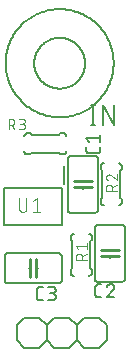
<source format=gbr>
G04 EAGLE Gerber RS-274X export*
G75*
%MOMM*%
%FSLAX34Y34*%
%LPD*%
%INSilkscreen Top*%
%IPPOS*%
%AMOC8*
5,1,8,0,0,1.08239X$1,22.5*%
G01*
%ADD10C,0.152400*%
%ADD11C,0.101600*%
%ADD12C,0.254000*%
%ADD13C,0.127000*%
%ADD14C,0.200000*%
%ADD15C,0.203200*%


D10*
X90198Y232918D02*
X90198Y216662D01*
X88392Y216662D02*
X92004Y216662D01*
X92004Y232918D02*
X88392Y232918D01*
X98709Y232918D02*
X98709Y216662D01*
X107740Y216662D02*
X98709Y232918D01*
X107740Y232918D02*
X107740Y216662D01*
X71120Y91440D02*
X71122Y91340D01*
X71128Y91241D01*
X71138Y91141D01*
X71151Y91043D01*
X71169Y90944D01*
X71190Y90847D01*
X71215Y90751D01*
X71244Y90655D01*
X71277Y90561D01*
X71313Y90468D01*
X71353Y90377D01*
X71397Y90287D01*
X71444Y90199D01*
X71494Y90113D01*
X71548Y90029D01*
X71605Y89947D01*
X71665Y89868D01*
X71729Y89790D01*
X71795Y89716D01*
X71864Y89644D01*
X71936Y89575D01*
X72010Y89509D01*
X72088Y89445D01*
X72167Y89385D01*
X72249Y89328D01*
X72333Y89274D01*
X72419Y89224D01*
X72507Y89177D01*
X72597Y89133D01*
X72688Y89093D01*
X72781Y89057D01*
X72875Y89024D01*
X72971Y88995D01*
X73067Y88970D01*
X73164Y88949D01*
X73263Y88931D01*
X73361Y88918D01*
X73461Y88908D01*
X73560Y88902D01*
X73660Y88900D01*
X86360Y88900D02*
X86460Y88902D01*
X86559Y88908D01*
X86659Y88918D01*
X86757Y88931D01*
X86856Y88949D01*
X86953Y88970D01*
X87049Y88995D01*
X87145Y89024D01*
X87239Y89057D01*
X87332Y89093D01*
X87423Y89133D01*
X87513Y89177D01*
X87601Y89224D01*
X87687Y89274D01*
X87771Y89328D01*
X87853Y89385D01*
X87932Y89445D01*
X88010Y89509D01*
X88084Y89575D01*
X88156Y89644D01*
X88225Y89716D01*
X88291Y89790D01*
X88355Y89868D01*
X88415Y89947D01*
X88472Y90029D01*
X88526Y90113D01*
X88576Y90199D01*
X88623Y90287D01*
X88667Y90377D01*
X88707Y90468D01*
X88743Y90561D01*
X88776Y90655D01*
X88805Y90751D01*
X88830Y90847D01*
X88851Y90944D01*
X88869Y91043D01*
X88882Y91141D01*
X88892Y91241D01*
X88898Y91340D01*
X88900Y91440D01*
X88900Y121920D02*
X88898Y122020D01*
X88892Y122119D01*
X88882Y122219D01*
X88869Y122317D01*
X88851Y122416D01*
X88830Y122513D01*
X88805Y122609D01*
X88776Y122705D01*
X88743Y122799D01*
X88707Y122892D01*
X88667Y122983D01*
X88623Y123073D01*
X88576Y123161D01*
X88526Y123247D01*
X88472Y123331D01*
X88415Y123413D01*
X88355Y123492D01*
X88291Y123570D01*
X88225Y123644D01*
X88156Y123716D01*
X88084Y123785D01*
X88010Y123851D01*
X87932Y123915D01*
X87853Y123975D01*
X87771Y124032D01*
X87687Y124086D01*
X87601Y124136D01*
X87513Y124183D01*
X87423Y124227D01*
X87332Y124267D01*
X87239Y124303D01*
X87145Y124336D01*
X87049Y124365D01*
X86953Y124390D01*
X86856Y124411D01*
X86757Y124429D01*
X86659Y124442D01*
X86559Y124452D01*
X86460Y124458D01*
X86360Y124460D01*
X73660Y124460D02*
X73560Y124458D01*
X73461Y124452D01*
X73361Y124442D01*
X73263Y124429D01*
X73164Y124411D01*
X73067Y124390D01*
X72971Y124365D01*
X72875Y124336D01*
X72781Y124303D01*
X72688Y124267D01*
X72597Y124227D01*
X72507Y124183D01*
X72419Y124136D01*
X72333Y124086D01*
X72249Y124032D01*
X72167Y123975D01*
X72088Y123915D01*
X72010Y123851D01*
X71936Y123785D01*
X71864Y123716D01*
X71795Y123644D01*
X71729Y123570D01*
X71665Y123492D01*
X71605Y123413D01*
X71548Y123331D01*
X71494Y123247D01*
X71444Y123161D01*
X71397Y123073D01*
X71353Y122983D01*
X71313Y122892D01*
X71277Y122799D01*
X71244Y122705D01*
X71215Y122609D01*
X71190Y122513D01*
X71169Y122416D01*
X71151Y122317D01*
X71138Y122219D01*
X71128Y122119D01*
X71122Y122020D01*
X71120Y121920D01*
X71120Y93980D02*
X71120Y91440D01*
X71120Y93980D02*
X72390Y95250D01*
X88900Y93980D02*
X88900Y91440D01*
X88900Y93980D02*
X87630Y95250D01*
X72390Y118110D02*
X71120Y119380D01*
X72390Y118110D02*
X72390Y95250D01*
X87630Y118110D02*
X88900Y119380D01*
X87630Y118110D02*
X87630Y95250D01*
X71120Y119380D02*
X71120Y121920D01*
X88900Y121920D02*
X88900Y119380D01*
D11*
X84582Y102289D02*
X75692Y102289D01*
X75692Y104759D01*
X75694Y104857D01*
X75700Y104955D01*
X75710Y105053D01*
X75723Y105150D01*
X75741Y105247D01*
X75762Y105343D01*
X75787Y105437D01*
X75816Y105531D01*
X75848Y105624D01*
X75885Y105715D01*
X75924Y105805D01*
X75968Y105893D01*
X76015Y105979D01*
X76065Y106064D01*
X76118Y106146D01*
X76175Y106226D01*
X76235Y106304D01*
X76298Y106379D01*
X76364Y106452D01*
X76433Y106522D01*
X76504Y106589D01*
X76578Y106654D01*
X76655Y106715D01*
X76734Y106774D01*
X76815Y106829D01*
X76898Y106881D01*
X76984Y106929D01*
X77071Y106974D01*
X77160Y107016D01*
X77250Y107054D01*
X77342Y107088D01*
X77435Y107119D01*
X77530Y107146D01*
X77625Y107169D01*
X77722Y107189D01*
X77818Y107204D01*
X77916Y107216D01*
X78014Y107224D01*
X78112Y107228D01*
X78210Y107228D01*
X78308Y107224D01*
X78406Y107216D01*
X78504Y107204D01*
X78600Y107189D01*
X78697Y107169D01*
X78792Y107146D01*
X78887Y107119D01*
X78980Y107088D01*
X79072Y107054D01*
X79162Y107016D01*
X79251Y106974D01*
X79338Y106929D01*
X79424Y106881D01*
X79507Y106829D01*
X79588Y106774D01*
X79667Y106715D01*
X79744Y106654D01*
X79818Y106589D01*
X79889Y106522D01*
X79958Y106452D01*
X80024Y106379D01*
X80087Y106304D01*
X80147Y106226D01*
X80204Y106146D01*
X80257Y106064D01*
X80307Y105979D01*
X80354Y105893D01*
X80398Y105805D01*
X80437Y105715D01*
X80474Y105624D01*
X80506Y105531D01*
X80535Y105437D01*
X80560Y105343D01*
X80581Y105247D01*
X80599Y105150D01*
X80612Y105053D01*
X80622Y104955D01*
X80628Y104857D01*
X80630Y104759D01*
X80631Y104759D02*
X80631Y102289D01*
X80631Y105253D02*
X84582Y107228D01*
X77668Y111139D02*
X75692Y113609D01*
X84582Y113609D01*
X84582Y116078D02*
X84582Y111139D01*
D10*
X114300Y181610D02*
X114298Y181710D01*
X114292Y181809D01*
X114282Y181909D01*
X114269Y182007D01*
X114251Y182106D01*
X114230Y182203D01*
X114205Y182299D01*
X114176Y182395D01*
X114143Y182489D01*
X114107Y182582D01*
X114067Y182673D01*
X114023Y182763D01*
X113976Y182851D01*
X113926Y182937D01*
X113872Y183021D01*
X113815Y183103D01*
X113755Y183182D01*
X113691Y183260D01*
X113625Y183334D01*
X113556Y183406D01*
X113484Y183475D01*
X113410Y183541D01*
X113332Y183605D01*
X113253Y183665D01*
X113171Y183722D01*
X113087Y183776D01*
X113001Y183826D01*
X112913Y183873D01*
X112823Y183917D01*
X112732Y183957D01*
X112639Y183993D01*
X112545Y184026D01*
X112449Y184055D01*
X112353Y184080D01*
X112256Y184101D01*
X112157Y184119D01*
X112059Y184132D01*
X111959Y184142D01*
X111860Y184148D01*
X111760Y184150D01*
X99060Y184150D02*
X98960Y184148D01*
X98861Y184142D01*
X98761Y184132D01*
X98663Y184119D01*
X98564Y184101D01*
X98467Y184080D01*
X98371Y184055D01*
X98275Y184026D01*
X98181Y183993D01*
X98088Y183957D01*
X97997Y183917D01*
X97907Y183873D01*
X97819Y183826D01*
X97733Y183776D01*
X97649Y183722D01*
X97567Y183665D01*
X97488Y183605D01*
X97410Y183541D01*
X97336Y183475D01*
X97264Y183406D01*
X97195Y183334D01*
X97129Y183260D01*
X97065Y183182D01*
X97005Y183103D01*
X96948Y183021D01*
X96894Y182937D01*
X96844Y182851D01*
X96797Y182763D01*
X96753Y182673D01*
X96713Y182582D01*
X96677Y182489D01*
X96644Y182395D01*
X96615Y182299D01*
X96590Y182203D01*
X96569Y182106D01*
X96551Y182007D01*
X96538Y181909D01*
X96528Y181809D01*
X96522Y181710D01*
X96520Y181610D01*
X96520Y151130D02*
X96522Y151030D01*
X96528Y150931D01*
X96538Y150831D01*
X96551Y150733D01*
X96569Y150634D01*
X96590Y150537D01*
X96615Y150441D01*
X96644Y150345D01*
X96677Y150251D01*
X96713Y150158D01*
X96753Y150067D01*
X96797Y149977D01*
X96844Y149889D01*
X96894Y149803D01*
X96948Y149719D01*
X97005Y149637D01*
X97065Y149558D01*
X97129Y149480D01*
X97195Y149406D01*
X97264Y149334D01*
X97336Y149265D01*
X97410Y149199D01*
X97488Y149135D01*
X97567Y149075D01*
X97649Y149018D01*
X97733Y148964D01*
X97819Y148914D01*
X97907Y148867D01*
X97997Y148823D01*
X98088Y148783D01*
X98181Y148747D01*
X98275Y148714D01*
X98371Y148685D01*
X98467Y148660D01*
X98564Y148639D01*
X98663Y148621D01*
X98761Y148608D01*
X98861Y148598D01*
X98960Y148592D01*
X99060Y148590D01*
X111760Y148590D02*
X111860Y148592D01*
X111959Y148598D01*
X112059Y148608D01*
X112157Y148621D01*
X112256Y148639D01*
X112353Y148660D01*
X112449Y148685D01*
X112545Y148714D01*
X112639Y148747D01*
X112732Y148783D01*
X112823Y148823D01*
X112913Y148867D01*
X113001Y148914D01*
X113087Y148964D01*
X113171Y149018D01*
X113253Y149075D01*
X113332Y149135D01*
X113410Y149199D01*
X113484Y149265D01*
X113556Y149334D01*
X113625Y149406D01*
X113691Y149480D01*
X113755Y149558D01*
X113815Y149637D01*
X113872Y149719D01*
X113926Y149803D01*
X113976Y149889D01*
X114023Y149977D01*
X114067Y150067D01*
X114107Y150158D01*
X114143Y150251D01*
X114176Y150345D01*
X114205Y150441D01*
X114230Y150537D01*
X114251Y150634D01*
X114269Y150733D01*
X114282Y150831D01*
X114292Y150931D01*
X114298Y151030D01*
X114300Y151130D01*
X114300Y179070D02*
X114300Y181610D01*
X114300Y179070D02*
X113030Y177800D01*
X96520Y179070D02*
X96520Y181610D01*
X96520Y179070D02*
X97790Y177800D01*
X113030Y154940D02*
X114300Y153670D01*
X113030Y154940D02*
X113030Y177800D01*
X97790Y154940D02*
X96520Y153670D01*
X97790Y154940D02*
X97790Y177800D01*
X114300Y153670D02*
X114300Y151130D01*
X96520Y151130D02*
X96520Y153670D01*
D11*
X101092Y160709D02*
X109982Y160709D01*
X101092Y160709D02*
X101092Y163179D01*
X101094Y163277D01*
X101100Y163375D01*
X101110Y163473D01*
X101123Y163570D01*
X101141Y163667D01*
X101162Y163763D01*
X101187Y163857D01*
X101216Y163951D01*
X101248Y164044D01*
X101285Y164135D01*
X101324Y164225D01*
X101368Y164313D01*
X101415Y164399D01*
X101465Y164484D01*
X101518Y164566D01*
X101575Y164646D01*
X101635Y164724D01*
X101698Y164799D01*
X101764Y164872D01*
X101833Y164942D01*
X101904Y165009D01*
X101978Y165074D01*
X102055Y165135D01*
X102134Y165194D01*
X102215Y165249D01*
X102298Y165301D01*
X102384Y165349D01*
X102471Y165394D01*
X102560Y165436D01*
X102650Y165474D01*
X102742Y165508D01*
X102835Y165539D01*
X102930Y165566D01*
X103025Y165589D01*
X103122Y165609D01*
X103218Y165624D01*
X103316Y165636D01*
X103414Y165644D01*
X103512Y165648D01*
X103610Y165648D01*
X103708Y165644D01*
X103806Y165636D01*
X103904Y165624D01*
X104000Y165609D01*
X104097Y165589D01*
X104192Y165566D01*
X104287Y165539D01*
X104380Y165508D01*
X104472Y165474D01*
X104562Y165436D01*
X104651Y165394D01*
X104738Y165349D01*
X104824Y165301D01*
X104907Y165249D01*
X104988Y165194D01*
X105067Y165135D01*
X105144Y165074D01*
X105218Y165009D01*
X105289Y164942D01*
X105358Y164872D01*
X105424Y164799D01*
X105487Y164724D01*
X105547Y164646D01*
X105604Y164566D01*
X105657Y164484D01*
X105707Y164399D01*
X105754Y164313D01*
X105798Y164225D01*
X105837Y164135D01*
X105874Y164044D01*
X105906Y163951D01*
X105935Y163857D01*
X105960Y163763D01*
X105981Y163667D01*
X105999Y163570D01*
X106012Y163473D01*
X106022Y163375D01*
X106028Y163277D01*
X106030Y163179D01*
X106031Y163179D02*
X106031Y160709D01*
X106031Y163673D02*
X109982Y165648D01*
X103315Y174499D02*
X103223Y174497D01*
X103131Y174491D01*
X103040Y174482D01*
X102949Y174469D01*
X102859Y174452D01*
X102769Y174431D01*
X102681Y174407D01*
X102593Y174379D01*
X102507Y174347D01*
X102422Y174312D01*
X102339Y174273D01*
X102257Y174231D01*
X102177Y174186D01*
X102099Y174137D01*
X102023Y174085D01*
X101950Y174030D01*
X101878Y173972D01*
X101809Y173912D01*
X101743Y173848D01*
X101679Y173782D01*
X101619Y173713D01*
X101561Y173641D01*
X101506Y173568D01*
X101454Y173492D01*
X101405Y173414D01*
X101360Y173334D01*
X101318Y173252D01*
X101279Y173169D01*
X101244Y173084D01*
X101212Y172998D01*
X101184Y172910D01*
X101160Y172822D01*
X101139Y172732D01*
X101122Y172642D01*
X101109Y172551D01*
X101100Y172460D01*
X101094Y172368D01*
X101092Y172276D01*
X101094Y172170D01*
X101100Y172065D01*
X101110Y171960D01*
X101123Y171855D01*
X101141Y171751D01*
X101162Y171648D01*
X101187Y171545D01*
X101216Y171443D01*
X101249Y171343D01*
X101285Y171244D01*
X101325Y171146D01*
X101369Y171050D01*
X101416Y170955D01*
X101466Y170863D01*
X101520Y170772D01*
X101578Y170683D01*
X101638Y170597D01*
X101702Y170513D01*
X101768Y170431D01*
X101838Y170351D01*
X101911Y170275D01*
X101986Y170201D01*
X102064Y170130D01*
X102145Y170062D01*
X102228Y169996D01*
X102314Y169934D01*
X102401Y169876D01*
X102491Y169820D01*
X102583Y169768D01*
X102677Y169719D01*
X102772Y169674D01*
X102869Y169632D01*
X102968Y169594D01*
X103067Y169560D01*
X105044Y173757D02*
X104975Y173826D01*
X104905Y173892D01*
X104831Y173955D01*
X104755Y174014D01*
X104677Y174071D01*
X104597Y174125D01*
X104514Y174175D01*
X104430Y174222D01*
X104343Y174265D01*
X104255Y174305D01*
X104166Y174341D01*
X104075Y174374D01*
X103983Y174403D01*
X103889Y174428D01*
X103795Y174449D01*
X103700Y174467D01*
X103604Y174480D01*
X103508Y174490D01*
X103412Y174496D01*
X103315Y174498D01*
X105043Y173757D02*
X109982Y169559D01*
X109982Y174498D01*
D10*
X34290Y209550D02*
X34190Y209548D01*
X34091Y209542D01*
X33991Y209532D01*
X33893Y209519D01*
X33794Y209501D01*
X33697Y209480D01*
X33601Y209455D01*
X33505Y209426D01*
X33411Y209393D01*
X33318Y209357D01*
X33227Y209317D01*
X33137Y209273D01*
X33049Y209226D01*
X32963Y209176D01*
X32879Y209122D01*
X32797Y209065D01*
X32718Y209005D01*
X32640Y208941D01*
X32566Y208875D01*
X32494Y208806D01*
X32425Y208734D01*
X32359Y208660D01*
X32295Y208582D01*
X32235Y208503D01*
X32178Y208421D01*
X32124Y208337D01*
X32074Y208251D01*
X32027Y208163D01*
X31983Y208073D01*
X31943Y207982D01*
X31907Y207889D01*
X31874Y207795D01*
X31845Y207699D01*
X31820Y207603D01*
X31799Y207506D01*
X31781Y207407D01*
X31768Y207309D01*
X31758Y207209D01*
X31752Y207110D01*
X31750Y207010D01*
X31750Y194310D02*
X31752Y194210D01*
X31758Y194111D01*
X31768Y194011D01*
X31781Y193913D01*
X31799Y193814D01*
X31820Y193717D01*
X31845Y193621D01*
X31874Y193525D01*
X31907Y193431D01*
X31943Y193338D01*
X31983Y193247D01*
X32027Y193157D01*
X32074Y193069D01*
X32124Y192983D01*
X32178Y192899D01*
X32235Y192817D01*
X32295Y192738D01*
X32359Y192660D01*
X32425Y192586D01*
X32494Y192514D01*
X32566Y192445D01*
X32640Y192379D01*
X32718Y192315D01*
X32797Y192255D01*
X32879Y192198D01*
X32963Y192144D01*
X33049Y192094D01*
X33137Y192047D01*
X33227Y192003D01*
X33318Y191963D01*
X33411Y191927D01*
X33505Y191894D01*
X33601Y191865D01*
X33697Y191840D01*
X33794Y191819D01*
X33893Y191801D01*
X33991Y191788D01*
X34091Y191778D01*
X34190Y191772D01*
X34290Y191770D01*
X64770Y191770D02*
X64870Y191772D01*
X64969Y191778D01*
X65069Y191788D01*
X65167Y191801D01*
X65266Y191819D01*
X65363Y191840D01*
X65459Y191865D01*
X65555Y191894D01*
X65649Y191927D01*
X65742Y191963D01*
X65833Y192003D01*
X65923Y192047D01*
X66011Y192094D01*
X66097Y192144D01*
X66181Y192198D01*
X66263Y192255D01*
X66342Y192315D01*
X66420Y192379D01*
X66494Y192445D01*
X66566Y192514D01*
X66635Y192586D01*
X66701Y192660D01*
X66765Y192738D01*
X66825Y192817D01*
X66882Y192899D01*
X66936Y192983D01*
X66986Y193069D01*
X67033Y193157D01*
X67077Y193247D01*
X67117Y193338D01*
X67153Y193431D01*
X67186Y193525D01*
X67215Y193621D01*
X67240Y193717D01*
X67261Y193814D01*
X67279Y193913D01*
X67292Y194011D01*
X67302Y194111D01*
X67308Y194210D01*
X67310Y194310D01*
X67310Y207010D02*
X67308Y207110D01*
X67302Y207209D01*
X67292Y207309D01*
X67279Y207407D01*
X67261Y207506D01*
X67240Y207603D01*
X67215Y207699D01*
X67186Y207795D01*
X67153Y207889D01*
X67117Y207982D01*
X67077Y208073D01*
X67033Y208163D01*
X66986Y208251D01*
X66936Y208337D01*
X66882Y208421D01*
X66825Y208503D01*
X66765Y208582D01*
X66701Y208660D01*
X66635Y208734D01*
X66566Y208806D01*
X66494Y208875D01*
X66420Y208941D01*
X66342Y209005D01*
X66263Y209065D01*
X66181Y209122D01*
X66097Y209176D01*
X66011Y209226D01*
X65923Y209273D01*
X65833Y209317D01*
X65742Y209357D01*
X65649Y209393D01*
X65555Y209426D01*
X65459Y209455D01*
X65363Y209480D01*
X65266Y209501D01*
X65167Y209519D01*
X65069Y209532D01*
X64969Y209542D01*
X64870Y209548D01*
X64770Y209550D01*
X36830Y209550D02*
X34290Y209550D01*
X36830Y209550D02*
X38100Y208280D01*
X36830Y191770D02*
X34290Y191770D01*
X36830Y191770D02*
X38100Y193040D01*
X60960Y208280D02*
X62230Y209550D01*
X60960Y208280D02*
X38100Y208280D01*
X60960Y193040D02*
X62230Y191770D01*
X60960Y193040D02*
X38100Y193040D01*
X62230Y209550D02*
X64770Y209550D01*
X64770Y191770D02*
X62230Y191770D01*
D11*
X18469Y212598D02*
X18469Y221488D01*
X20939Y221488D01*
X21037Y221486D01*
X21135Y221480D01*
X21233Y221470D01*
X21330Y221457D01*
X21427Y221439D01*
X21523Y221418D01*
X21617Y221393D01*
X21711Y221364D01*
X21804Y221332D01*
X21895Y221295D01*
X21985Y221256D01*
X22073Y221212D01*
X22159Y221165D01*
X22244Y221115D01*
X22326Y221062D01*
X22406Y221005D01*
X22484Y220945D01*
X22559Y220882D01*
X22632Y220816D01*
X22702Y220747D01*
X22769Y220676D01*
X22834Y220602D01*
X22895Y220525D01*
X22954Y220446D01*
X23009Y220365D01*
X23061Y220282D01*
X23109Y220196D01*
X23154Y220109D01*
X23196Y220020D01*
X23234Y219930D01*
X23268Y219838D01*
X23299Y219745D01*
X23326Y219650D01*
X23349Y219555D01*
X23369Y219458D01*
X23384Y219362D01*
X23396Y219264D01*
X23404Y219166D01*
X23408Y219068D01*
X23408Y218970D01*
X23404Y218872D01*
X23396Y218774D01*
X23384Y218676D01*
X23369Y218580D01*
X23349Y218483D01*
X23326Y218388D01*
X23299Y218293D01*
X23268Y218200D01*
X23234Y218108D01*
X23196Y218018D01*
X23154Y217929D01*
X23109Y217842D01*
X23061Y217756D01*
X23009Y217673D01*
X22954Y217592D01*
X22895Y217513D01*
X22834Y217436D01*
X22769Y217362D01*
X22702Y217291D01*
X22632Y217222D01*
X22559Y217156D01*
X22484Y217093D01*
X22406Y217033D01*
X22326Y216976D01*
X22244Y216923D01*
X22159Y216873D01*
X22073Y216826D01*
X21985Y216782D01*
X21895Y216743D01*
X21804Y216706D01*
X21711Y216674D01*
X21617Y216645D01*
X21523Y216620D01*
X21427Y216599D01*
X21330Y216581D01*
X21233Y216568D01*
X21135Y216558D01*
X21037Y216552D01*
X20939Y216550D01*
X20939Y216549D02*
X18469Y216549D01*
X21433Y216549D02*
X23408Y212598D01*
X27319Y212598D02*
X29789Y212598D01*
X29887Y212600D01*
X29985Y212606D01*
X30083Y212616D01*
X30180Y212629D01*
X30277Y212647D01*
X30373Y212668D01*
X30467Y212693D01*
X30561Y212722D01*
X30654Y212754D01*
X30745Y212791D01*
X30835Y212830D01*
X30923Y212874D01*
X31009Y212921D01*
X31094Y212971D01*
X31176Y213024D01*
X31256Y213081D01*
X31334Y213141D01*
X31409Y213204D01*
X31482Y213270D01*
X31552Y213339D01*
X31619Y213410D01*
X31684Y213484D01*
X31745Y213561D01*
X31804Y213640D01*
X31859Y213721D01*
X31911Y213804D01*
X31959Y213890D01*
X32004Y213977D01*
X32046Y214066D01*
X32084Y214156D01*
X32118Y214248D01*
X32149Y214341D01*
X32176Y214436D01*
X32199Y214531D01*
X32219Y214628D01*
X32234Y214724D01*
X32246Y214822D01*
X32254Y214920D01*
X32258Y215018D01*
X32258Y215116D01*
X32254Y215214D01*
X32246Y215312D01*
X32234Y215410D01*
X32219Y215506D01*
X32199Y215603D01*
X32176Y215698D01*
X32149Y215793D01*
X32118Y215886D01*
X32084Y215978D01*
X32046Y216068D01*
X32004Y216157D01*
X31959Y216244D01*
X31911Y216330D01*
X31859Y216413D01*
X31804Y216494D01*
X31745Y216573D01*
X31684Y216650D01*
X31619Y216724D01*
X31552Y216795D01*
X31482Y216864D01*
X31409Y216930D01*
X31334Y216993D01*
X31256Y217053D01*
X31176Y217110D01*
X31094Y217163D01*
X31009Y217213D01*
X30923Y217260D01*
X30835Y217304D01*
X30745Y217343D01*
X30654Y217380D01*
X30561Y217412D01*
X30467Y217441D01*
X30373Y217466D01*
X30277Y217487D01*
X30180Y217505D01*
X30083Y217518D01*
X29985Y217528D01*
X29887Y217534D01*
X29789Y217536D01*
X30282Y221488D02*
X27319Y221488D01*
X30282Y221488D02*
X30369Y221486D01*
X30457Y221480D01*
X30544Y221471D01*
X30630Y221457D01*
X30716Y221440D01*
X30800Y221419D01*
X30884Y221394D01*
X30967Y221365D01*
X31048Y221333D01*
X31128Y221298D01*
X31206Y221259D01*
X31283Y221216D01*
X31357Y221170D01*
X31429Y221121D01*
X31499Y221069D01*
X31567Y221013D01*
X31632Y220955D01*
X31695Y220894D01*
X31754Y220830D01*
X31811Y220763D01*
X31865Y220695D01*
X31916Y220623D01*
X31963Y220550D01*
X32008Y220475D01*
X32049Y220397D01*
X32086Y220318D01*
X32120Y220238D01*
X32150Y220156D01*
X32177Y220073D01*
X32200Y219988D01*
X32219Y219903D01*
X32234Y219817D01*
X32246Y219730D01*
X32254Y219643D01*
X32258Y219556D01*
X32258Y219468D01*
X32254Y219381D01*
X32246Y219294D01*
X32234Y219207D01*
X32219Y219121D01*
X32200Y219036D01*
X32177Y218951D01*
X32150Y218868D01*
X32120Y218786D01*
X32086Y218706D01*
X32049Y218627D01*
X32008Y218549D01*
X31963Y218474D01*
X31916Y218401D01*
X31865Y218329D01*
X31811Y218261D01*
X31754Y218194D01*
X31695Y218130D01*
X31632Y218069D01*
X31567Y218011D01*
X31499Y217955D01*
X31429Y217903D01*
X31357Y217854D01*
X31283Y217808D01*
X31206Y217765D01*
X31128Y217726D01*
X31048Y217691D01*
X30967Y217659D01*
X30884Y217630D01*
X30800Y217605D01*
X30716Y217584D01*
X30630Y217567D01*
X30544Y217553D01*
X30457Y217544D01*
X30369Y217538D01*
X30282Y217536D01*
X30282Y217537D02*
X28307Y217537D01*
D10*
X82550Y27940D02*
X95250Y27940D01*
X82550Y27940D02*
X76200Y34290D01*
X76200Y46990D01*
X82550Y53340D01*
X76200Y34290D02*
X69850Y27940D01*
X57150Y27940D01*
X50800Y34290D01*
X50800Y46990D01*
X57150Y53340D01*
X69850Y53340D01*
X76200Y46990D01*
X101600Y46990D02*
X101600Y34290D01*
X95250Y27940D01*
X101600Y46990D02*
X95250Y53340D01*
X82550Y53340D01*
X50800Y34290D02*
X44450Y27940D01*
X31750Y27940D01*
X25400Y34290D01*
X25400Y46990D01*
X31750Y53340D01*
X44450Y53340D01*
X50800Y46990D01*
X68580Y144780D02*
X68580Y187960D01*
X93980Y187960D02*
X93980Y144780D01*
X91440Y190500D02*
X71120Y190500D01*
X71120Y142240D02*
X91440Y142240D01*
X68580Y187960D02*
X68582Y188060D01*
X68588Y188159D01*
X68598Y188259D01*
X68611Y188357D01*
X68629Y188456D01*
X68650Y188553D01*
X68675Y188649D01*
X68704Y188745D01*
X68737Y188839D01*
X68773Y188932D01*
X68813Y189023D01*
X68857Y189113D01*
X68904Y189201D01*
X68954Y189287D01*
X69008Y189371D01*
X69065Y189453D01*
X69125Y189532D01*
X69189Y189610D01*
X69255Y189684D01*
X69324Y189756D01*
X69396Y189825D01*
X69470Y189891D01*
X69548Y189955D01*
X69627Y190015D01*
X69709Y190072D01*
X69793Y190126D01*
X69879Y190176D01*
X69967Y190223D01*
X70057Y190267D01*
X70148Y190307D01*
X70241Y190343D01*
X70335Y190376D01*
X70431Y190405D01*
X70527Y190430D01*
X70624Y190451D01*
X70723Y190469D01*
X70821Y190482D01*
X70921Y190492D01*
X71020Y190498D01*
X71120Y190500D01*
X68580Y144780D02*
X68582Y144680D01*
X68588Y144581D01*
X68598Y144481D01*
X68611Y144383D01*
X68629Y144284D01*
X68650Y144187D01*
X68675Y144091D01*
X68704Y143995D01*
X68737Y143901D01*
X68773Y143808D01*
X68813Y143717D01*
X68857Y143627D01*
X68904Y143539D01*
X68954Y143453D01*
X69008Y143369D01*
X69065Y143287D01*
X69125Y143208D01*
X69189Y143130D01*
X69255Y143056D01*
X69324Y142984D01*
X69396Y142915D01*
X69470Y142849D01*
X69548Y142785D01*
X69627Y142725D01*
X69709Y142668D01*
X69793Y142614D01*
X69879Y142564D01*
X69967Y142517D01*
X70057Y142473D01*
X70148Y142433D01*
X70241Y142397D01*
X70335Y142364D01*
X70431Y142335D01*
X70527Y142310D01*
X70624Y142289D01*
X70723Y142271D01*
X70821Y142258D01*
X70921Y142248D01*
X71020Y142242D01*
X71120Y142240D01*
X93980Y187960D02*
X93978Y188060D01*
X93972Y188159D01*
X93962Y188259D01*
X93949Y188357D01*
X93931Y188456D01*
X93910Y188553D01*
X93885Y188649D01*
X93856Y188745D01*
X93823Y188839D01*
X93787Y188932D01*
X93747Y189023D01*
X93703Y189113D01*
X93656Y189201D01*
X93606Y189287D01*
X93552Y189371D01*
X93495Y189453D01*
X93435Y189532D01*
X93371Y189610D01*
X93305Y189684D01*
X93236Y189756D01*
X93164Y189825D01*
X93090Y189891D01*
X93012Y189955D01*
X92933Y190015D01*
X92851Y190072D01*
X92767Y190126D01*
X92681Y190176D01*
X92593Y190223D01*
X92503Y190267D01*
X92412Y190307D01*
X92319Y190343D01*
X92225Y190376D01*
X92129Y190405D01*
X92033Y190430D01*
X91936Y190451D01*
X91837Y190469D01*
X91739Y190482D01*
X91639Y190492D01*
X91540Y190498D01*
X91440Y190500D01*
X93980Y144780D02*
X93978Y144680D01*
X93972Y144581D01*
X93962Y144481D01*
X93949Y144383D01*
X93931Y144284D01*
X93910Y144187D01*
X93885Y144091D01*
X93856Y143995D01*
X93823Y143901D01*
X93787Y143808D01*
X93747Y143717D01*
X93703Y143627D01*
X93656Y143539D01*
X93606Y143453D01*
X93552Y143369D01*
X93495Y143287D01*
X93435Y143208D01*
X93371Y143130D01*
X93305Y143056D01*
X93236Y142984D01*
X93164Y142915D01*
X93090Y142849D01*
X93012Y142785D01*
X92933Y142725D01*
X92851Y142668D01*
X92767Y142614D01*
X92681Y142564D01*
X92593Y142517D01*
X92503Y142473D01*
X92412Y142433D01*
X92319Y142397D01*
X92225Y142364D01*
X92129Y142335D01*
X92033Y142310D01*
X91936Y142289D01*
X91837Y142271D01*
X91739Y142258D01*
X91639Y142248D01*
X91540Y142242D01*
X91440Y142240D01*
X81280Y168910D02*
X81280Y170180D01*
D12*
X81280Y168910D02*
X73660Y168910D01*
X81280Y168910D02*
X88900Y168910D01*
X81280Y163830D02*
X73660Y163830D01*
X81280Y163830D02*
X88900Y163830D01*
D10*
X81280Y163830D02*
X81280Y162560D01*
D13*
X95885Y194945D02*
X95885Y197485D01*
X95885Y194945D02*
X95883Y194845D01*
X95877Y194746D01*
X95867Y194646D01*
X95854Y194548D01*
X95836Y194449D01*
X95815Y194352D01*
X95790Y194256D01*
X95761Y194160D01*
X95728Y194066D01*
X95692Y193973D01*
X95652Y193882D01*
X95608Y193792D01*
X95561Y193704D01*
X95511Y193618D01*
X95457Y193534D01*
X95400Y193452D01*
X95340Y193373D01*
X95276Y193295D01*
X95210Y193221D01*
X95141Y193149D01*
X95069Y193080D01*
X94995Y193014D01*
X94917Y192950D01*
X94838Y192890D01*
X94756Y192833D01*
X94672Y192779D01*
X94586Y192729D01*
X94498Y192682D01*
X94408Y192638D01*
X94317Y192598D01*
X94224Y192562D01*
X94130Y192529D01*
X94034Y192500D01*
X93938Y192475D01*
X93841Y192454D01*
X93742Y192436D01*
X93644Y192423D01*
X93544Y192413D01*
X93445Y192407D01*
X93345Y192405D01*
X86995Y192405D01*
X86895Y192407D01*
X86796Y192413D01*
X86696Y192423D01*
X86598Y192436D01*
X86499Y192454D01*
X86402Y192475D01*
X86306Y192500D01*
X86210Y192529D01*
X86116Y192562D01*
X86023Y192598D01*
X85932Y192638D01*
X85842Y192682D01*
X85754Y192729D01*
X85668Y192779D01*
X85584Y192833D01*
X85502Y192890D01*
X85423Y192950D01*
X85345Y193014D01*
X85271Y193080D01*
X85199Y193149D01*
X85130Y193221D01*
X85064Y193295D01*
X85000Y193373D01*
X84940Y193452D01*
X84883Y193534D01*
X84829Y193618D01*
X84779Y193704D01*
X84732Y193792D01*
X84688Y193882D01*
X84648Y193973D01*
X84612Y194066D01*
X84579Y194160D01*
X84550Y194256D01*
X84525Y194352D01*
X84504Y194449D01*
X84486Y194548D01*
X84473Y194646D01*
X84463Y194746D01*
X84457Y194845D01*
X84455Y194945D01*
X84455Y197485D01*
X86995Y201967D02*
X84455Y205142D01*
X95885Y205142D01*
X95885Y201967D02*
X95885Y208317D01*
D10*
X91440Y129540D02*
X91440Y86360D01*
X116840Y86360D02*
X116840Y129540D01*
X114300Y132080D02*
X93980Y132080D01*
X93980Y83820D02*
X114300Y83820D01*
X91440Y129540D02*
X91442Y129640D01*
X91448Y129739D01*
X91458Y129839D01*
X91471Y129937D01*
X91489Y130036D01*
X91510Y130133D01*
X91535Y130229D01*
X91564Y130325D01*
X91597Y130419D01*
X91633Y130512D01*
X91673Y130603D01*
X91717Y130693D01*
X91764Y130781D01*
X91814Y130867D01*
X91868Y130951D01*
X91925Y131033D01*
X91985Y131112D01*
X92049Y131190D01*
X92115Y131264D01*
X92184Y131336D01*
X92256Y131405D01*
X92330Y131471D01*
X92408Y131535D01*
X92487Y131595D01*
X92569Y131652D01*
X92653Y131706D01*
X92739Y131756D01*
X92827Y131803D01*
X92917Y131847D01*
X93008Y131887D01*
X93101Y131923D01*
X93195Y131956D01*
X93291Y131985D01*
X93387Y132010D01*
X93484Y132031D01*
X93583Y132049D01*
X93681Y132062D01*
X93781Y132072D01*
X93880Y132078D01*
X93980Y132080D01*
X91440Y86360D02*
X91442Y86260D01*
X91448Y86161D01*
X91458Y86061D01*
X91471Y85963D01*
X91489Y85864D01*
X91510Y85767D01*
X91535Y85671D01*
X91564Y85575D01*
X91597Y85481D01*
X91633Y85388D01*
X91673Y85297D01*
X91717Y85207D01*
X91764Y85119D01*
X91814Y85033D01*
X91868Y84949D01*
X91925Y84867D01*
X91985Y84788D01*
X92049Y84710D01*
X92115Y84636D01*
X92184Y84564D01*
X92256Y84495D01*
X92330Y84429D01*
X92408Y84365D01*
X92487Y84305D01*
X92569Y84248D01*
X92653Y84194D01*
X92739Y84144D01*
X92827Y84097D01*
X92917Y84053D01*
X93008Y84013D01*
X93101Y83977D01*
X93195Y83944D01*
X93291Y83915D01*
X93387Y83890D01*
X93484Y83869D01*
X93583Y83851D01*
X93681Y83838D01*
X93781Y83828D01*
X93880Y83822D01*
X93980Y83820D01*
X116840Y129540D02*
X116838Y129640D01*
X116832Y129739D01*
X116822Y129839D01*
X116809Y129937D01*
X116791Y130036D01*
X116770Y130133D01*
X116745Y130229D01*
X116716Y130325D01*
X116683Y130419D01*
X116647Y130512D01*
X116607Y130603D01*
X116563Y130693D01*
X116516Y130781D01*
X116466Y130867D01*
X116412Y130951D01*
X116355Y131033D01*
X116295Y131112D01*
X116231Y131190D01*
X116165Y131264D01*
X116096Y131336D01*
X116024Y131405D01*
X115950Y131471D01*
X115872Y131535D01*
X115793Y131595D01*
X115711Y131652D01*
X115627Y131706D01*
X115541Y131756D01*
X115453Y131803D01*
X115363Y131847D01*
X115272Y131887D01*
X115179Y131923D01*
X115085Y131956D01*
X114989Y131985D01*
X114893Y132010D01*
X114796Y132031D01*
X114697Y132049D01*
X114599Y132062D01*
X114499Y132072D01*
X114400Y132078D01*
X114300Y132080D01*
X116840Y86360D02*
X116838Y86260D01*
X116832Y86161D01*
X116822Y86061D01*
X116809Y85963D01*
X116791Y85864D01*
X116770Y85767D01*
X116745Y85671D01*
X116716Y85575D01*
X116683Y85481D01*
X116647Y85388D01*
X116607Y85297D01*
X116563Y85207D01*
X116516Y85119D01*
X116466Y85033D01*
X116412Y84949D01*
X116355Y84867D01*
X116295Y84788D01*
X116231Y84710D01*
X116165Y84636D01*
X116096Y84564D01*
X116024Y84495D01*
X115950Y84429D01*
X115872Y84365D01*
X115793Y84305D01*
X115711Y84248D01*
X115627Y84194D01*
X115541Y84144D01*
X115453Y84097D01*
X115363Y84053D01*
X115272Y84013D01*
X115179Y83977D01*
X115085Y83944D01*
X114989Y83915D01*
X114893Y83890D01*
X114796Y83869D01*
X114697Y83851D01*
X114599Y83838D01*
X114499Y83828D01*
X114400Y83822D01*
X114300Y83820D01*
X104140Y110490D02*
X104140Y111760D01*
D12*
X104140Y110490D02*
X96520Y110490D01*
X104140Y110490D02*
X111760Y110490D01*
X104140Y105410D02*
X96520Y105410D01*
X104140Y105410D02*
X111760Y105410D01*
D10*
X104140Y105410D02*
X104140Y104140D01*
D13*
X97155Y70485D02*
X94615Y70485D01*
X94515Y70487D01*
X94416Y70493D01*
X94316Y70503D01*
X94218Y70516D01*
X94119Y70534D01*
X94022Y70555D01*
X93926Y70580D01*
X93830Y70609D01*
X93736Y70642D01*
X93643Y70678D01*
X93552Y70718D01*
X93462Y70762D01*
X93374Y70809D01*
X93288Y70859D01*
X93204Y70913D01*
X93122Y70970D01*
X93043Y71030D01*
X92965Y71094D01*
X92891Y71160D01*
X92819Y71229D01*
X92750Y71301D01*
X92684Y71375D01*
X92620Y71453D01*
X92560Y71532D01*
X92503Y71614D01*
X92449Y71698D01*
X92399Y71784D01*
X92352Y71872D01*
X92308Y71962D01*
X92268Y72053D01*
X92232Y72146D01*
X92199Y72240D01*
X92170Y72336D01*
X92145Y72432D01*
X92124Y72529D01*
X92106Y72628D01*
X92093Y72726D01*
X92083Y72826D01*
X92077Y72925D01*
X92075Y73025D01*
X92075Y79375D01*
X92077Y79475D01*
X92083Y79574D01*
X92093Y79674D01*
X92106Y79772D01*
X92124Y79871D01*
X92145Y79968D01*
X92170Y80064D01*
X92199Y80160D01*
X92232Y80254D01*
X92268Y80347D01*
X92308Y80438D01*
X92352Y80528D01*
X92399Y80616D01*
X92449Y80702D01*
X92503Y80786D01*
X92560Y80868D01*
X92620Y80947D01*
X92684Y81025D01*
X92750Y81099D01*
X92819Y81171D01*
X92891Y81240D01*
X92965Y81306D01*
X93043Y81370D01*
X93122Y81430D01*
X93204Y81487D01*
X93288Y81541D01*
X93374Y81591D01*
X93462Y81638D01*
X93552Y81682D01*
X93643Y81722D01*
X93736Y81758D01*
X93830Y81791D01*
X93926Y81820D01*
X94022Y81845D01*
X94119Y81866D01*
X94218Y81884D01*
X94316Y81897D01*
X94416Y81907D01*
X94515Y81913D01*
X94615Y81915D01*
X97155Y81915D01*
X105130Y81916D02*
X105234Y81914D01*
X105339Y81908D01*
X105443Y81899D01*
X105546Y81886D01*
X105649Y81868D01*
X105751Y81848D01*
X105853Y81823D01*
X105953Y81795D01*
X106053Y81763D01*
X106151Y81727D01*
X106248Y81688D01*
X106343Y81646D01*
X106437Y81600D01*
X106529Y81550D01*
X106619Y81498D01*
X106707Y81442D01*
X106793Y81382D01*
X106877Y81320D01*
X106958Y81255D01*
X107037Y81187D01*
X107114Y81115D01*
X107187Y81042D01*
X107259Y80965D01*
X107327Y80886D01*
X107392Y80805D01*
X107454Y80721D01*
X107514Y80635D01*
X107570Y80547D01*
X107622Y80457D01*
X107672Y80365D01*
X107718Y80271D01*
X107760Y80176D01*
X107799Y80079D01*
X107835Y79981D01*
X107867Y79881D01*
X107895Y79781D01*
X107920Y79679D01*
X107940Y79577D01*
X107958Y79474D01*
X107971Y79371D01*
X107980Y79267D01*
X107986Y79162D01*
X107988Y79058D01*
X105130Y81915D02*
X105012Y81913D01*
X104893Y81907D01*
X104775Y81898D01*
X104658Y81885D01*
X104541Y81867D01*
X104424Y81847D01*
X104308Y81822D01*
X104193Y81794D01*
X104080Y81761D01*
X103967Y81726D01*
X103855Y81686D01*
X103745Y81644D01*
X103636Y81597D01*
X103528Y81547D01*
X103423Y81494D01*
X103319Y81437D01*
X103217Y81377D01*
X103117Y81314D01*
X103019Y81247D01*
X102923Y81178D01*
X102830Y81105D01*
X102739Y81029D01*
X102650Y80951D01*
X102564Y80869D01*
X102481Y80785D01*
X102400Y80699D01*
X102323Y80609D01*
X102248Y80518D01*
X102176Y80424D01*
X102107Y80327D01*
X102042Y80229D01*
X101979Y80128D01*
X101920Y80025D01*
X101864Y79921D01*
X101812Y79815D01*
X101763Y79707D01*
X101718Y79598D01*
X101676Y79487D01*
X101638Y79375D01*
X107035Y76836D02*
X107111Y76911D01*
X107186Y76990D01*
X107257Y77071D01*
X107326Y77155D01*
X107391Y77241D01*
X107453Y77329D01*
X107513Y77419D01*
X107569Y77511D01*
X107622Y77606D01*
X107671Y77702D01*
X107717Y77800D01*
X107760Y77899D01*
X107799Y78000D01*
X107834Y78102D01*
X107866Y78205D01*
X107894Y78309D01*
X107919Y78414D01*
X107940Y78521D01*
X107957Y78627D01*
X107970Y78734D01*
X107979Y78842D01*
X107985Y78950D01*
X107987Y79058D01*
X107035Y76835D02*
X101637Y70485D01*
X107987Y70485D01*
D14*
X63890Y131340D02*
X63890Y163300D01*
X63890Y131340D02*
X14850Y131340D01*
X14850Y163300D01*
X63890Y163300D01*
X65170Y166800D02*
X65170Y182070D01*
D11*
X27178Y154432D02*
X27178Y145994D01*
X27180Y145881D01*
X27186Y145768D01*
X27196Y145655D01*
X27210Y145542D01*
X27227Y145430D01*
X27249Y145319D01*
X27274Y145209D01*
X27304Y145099D01*
X27337Y144991D01*
X27374Y144884D01*
X27414Y144778D01*
X27459Y144674D01*
X27507Y144571D01*
X27558Y144470D01*
X27613Y144371D01*
X27671Y144274D01*
X27733Y144179D01*
X27798Y144086D01*
X27866Y143996D01*
X27937Y143908D01*
X28012Y143822D01*
X28089Y143739D01*
X28169Y143659D01*
X28252Y143582D01*
X28338Y143507D01*
X28426Y143436D01*
X28516Y143368D01*
X28609Y143303D01*
X28704Y143241D01*
X28801Y143183D01*
X28900Y143128D01*
X29001Y143077D01*
X29104Y143029D01*
X29208Y142984D01*
X29314Y142944D01*
X29421Y142907D01*
X29529Y142874D01*
X29639Y142844D01*
X29749Y142819D01*
X29860Y142797D01*
X29972Y142780D01*
X30085Y142766D01*
X30198Y142756D01*
X30311Y142750D01*
X30424Y142748D01*
X30537Y142750D01*
X30650Y142756D01*
X30763Y142766D01*
X30876Y142780D01*
X30988Y142797D01*
X31099Y142819D01*
X31209Y142844D01*
X31319Y142874D01*
X31427Y142907D01*
X31534Y142944D01*
X31640Y142984D01*
X31744Y143029D01*
X31847Y143077D01*
X31948Y143128D01*
X32047Y143183D01*
X32144Y143241D01*
X32239Y143303D01*
X32332Y143368D01*
X32422Y143436D01*
X32510Y143507D01*
X32596Y143582D01*
X32679Y143659D01*
X32759Y143739D01*
X32836Y143822D01*
X32911Y143908D01*
X32982Y143996D01*
X33050Y144086D01*
X33115Y144179D01*
X33177Y144274D01*
X33235Y144371D01*
X33290Y144470D01*
X33341Y144571D01*
X33389Y144674D01*
X33434Y144778D01*
X33474Y144884D01*
X33511Y144991D01*
X33544Y145099D01*
X33574Y145209D01*
X33599Y145319D01*
X33621Y145430D01*
X33638Y145542D01*
X33652Y145655D01*
X33662Y145768D01*
X33668Y145881D01*
X33670Y145994D01*
X33669Y145994D02*
X33669Y154432D01*
X38989Y151836D02*
X42235Y154432D01*
X42235Y142748D01*
X45480Y142748D02*
X38989Y142748D01*
D10*
X17780Y82550D02*
X60960Y82550D01*
X60960Y107950D02*
X17780Y107950D01*
X15240Y105410D02*
X15240Y85090D01*
X63500Y85090D02*
X63500Y105410D01*
X17780Y82550D02*
X17680Y82552D01*
X17581Y82558D01*
X17481Y82568D01*
X17383Y82581D01*
X17284Y82599D01*
X17187Y82620D01*
X17091Y82645D01*
X16995Y82674D01*
X16901Y82707D01*
X16808Y82743D01*
X16717Y82783D01*
X16627Y82827D01*
X16539Y82874D01*
X16453Y82924D01*
X16369Y82978D01*
X16287Y83035D01*
X16208Y83095D01*
X16130Y83159D01*
X16056Y83225D01*
X15984Y83294D01*
X15915Y83366D01*
X15849Y83440D01*
X15785Y83518D01*
X15725Y83597D01*
X15668Y83679D01*
X15614Y83763D01*
X15564Y83849D01*
X15517Y83937D01*
X15473Y84027D01*
X15433Y84118D01*
X15397Y84211D01*
X15364Y84305D01*
X15335Y84401D01*
X15310Y84497D01*
X15289Y84594D01*
X15271Y84693D01*
X15258Y84791D01*
X15248Y84891D01*
X15242Y84990D01*
X15240Y85090D01*
X60960Y82550D02*
X61060Y82552D01*
X61159Y82558D01*
X61259Y82568D01*
X61357Y82581D01*
X61456Y82599D01*
X61553Y82620D01*
X61649Y82645D01*
X61745Y82674D01*
X61839Y82707D01*
X61932Y82743D01*
X62023Y82783D01*
X62113Y82827D01*
X62201Y82874D01*
X62287Y82924D01*
X62371Y82978D01*
X62453Y83035D01*
X62532Y83095D01*
X62610Y83159D01*
X62684Y83225D01*
X62756Y83294D01*
X62825Y83366D01*
X62891Y83440D01*
X62955Y83518D01*
X63015Y83597D01*
X63072Y83679D01*
X63126Y83763D01*
X63176Y83849D01*
X63223Y83937D01*
X63267Y84027D01*
X63307Y84118D01*
X63343Y84211D01*
X63376Y84305D01*
X63405Y84401D01*
X63430Y84497D01*
X63451Y84594D01*
X63469Y84693D01*
X63482Y84791D01*
X63492Y84891D01*
X63498Y84990D01*
X63500Y85090D01*
X17780Y107950D02*
X17680Y107948D01*
X17581Y107942D01*
X17481Y107932D01*
X17383Y107919D01*
X17284Y107901D01*
X17187Y107880D01*
X17091Y107855D01*
X16995Y107826D01*
X16901Y107793D01*
X16808Y107757D01*
X16717Y107717D01*
X16627Y107673D01*
X16539Y107626D01*
X16453Y107576D01*
X16369Y107522D01*
X16287Y107465D01*
X16208Y107405D01*
X16130Y107341D01*
X16056Y107275D01*
X15984Y107206D01*
X15915Y107134D01*
X15849Y107060D01*
X15785Y106982D01*
X15725Y106903D01*
X15668Y106821D01*
X15614Y106737D01*
X15564Y106651D01*
X15517Y106563D01*
X15473Y106473D01*
X15433Y106382D01*
X15397Y106289D01*
X15364Y106195D01*
X15335Y106099D01*
X15310Y106003D01*
X15289Y105906D01*
X15271Y105807D01*
X15258Y105709D01*
X15248Y105609D01*
X15242Y105510D01*
X15240Y105410D01*
X60960Y107950D02*
X61060Y107948D01*
X61159Y107942D01*
X61259Y107932D01*
X61357Y107919D01*
X61456Y107901D01*
X61553Y107880D01*
X61649Y107855D01*
X61745Y107826D01*
X61839Y107793D01*
X61932Y107757D01*
X62023Y107717D01*
X62113Y107673D01*
X62201Y107626D01*
X62287Y107576D01*
X62371Y107522D01*
X62453Y107465D01*
X62532Y107405D01*
X62610Y107341D01*
X62684Y107275D01*
X62756Y107206D01*
X62825Y107134D01*
X62891Y107060D01*
X62955Y106982D01*
X63015Y106903D01*
X63072Y106821D01*
X63126Y106737D01*
X63176Y106651D01*
X63223Y106563D01*
X63267Y106473D01*
X63307Y106382D01*
X63343Y106289D01*
X63376Y106195D01*
X63405Y106099D01*
X63430Y106003D01*
X63451Y105906D01*
X63469Y105807D01*
X63482Y105709D01*
X63492Y105609D01*
X63498Y105510D01*
X63500Y105410D01*
X36830Y95250D02*
X35560Y95250D01*
D12*
X36830Y95250D02*
X36830Y87630D01*
X36830Y95250D02*
X36830Y102870D01*
X41910Y95250D02*
X41910Y87630D01*
X41910Y95250D02*
X41910Y102870D01*
D10*
X41910Y95250D02*
X43180Y95250D01*
D13*
X45085Y67945D02*
X47625Y67945D01*
X45085Y67945D02*
X44985Y67947D01*
X44886Y67953D01*
X44786Y67963D01*
X44688Y67976D01*
X44589Y67994D01*
X44492Y68015D01*
X44396Y68040D01*
X44300Y68069D01*
X44206Y68102D01*
X44113Y68138D01*
X44022Y68178D01*
X43932Y68222D01*
X43844Y68269D01*
X43758Y68319D01*
X43674Y68373D01*
X43592Y68430D01*
X43513Y68490D01*
X43435Y68554D01*
X43361Y68620D01*
X43289Y68689D01*
X43220Y68761D01*
X43154Y68835D01*
X43090Y68913D01*
X43030Y68992D01*
X42973Y69074D01*
X42919Y69158D01*
X42869Y69244D01*
X42822Y69332D01*
X42778Y69422D01*
X42738Y69513D01*
X42702Y69606D01*
X42669Y69700D01*
X42640Y69796D01*
X42615Y69892D01*
X42594Y69989D01*
X42576Y70088D01*
X42563Y70186D01*
X42553Y70286D01*
X42547Y70385D01*
X42545Y70485D01*
X42545Y76835D01*
X42547Y76935D01*
X42553Y77034D01*
X42563Y77134D01*
X42576Y77232D01*
X42594Y77331D01*
X42615Y77428D01*
X42640Y77524D01*
X42669Y77620D01*
X42702Y77714D01*
X42738Y77807D01*
X42778Y77898D01*
X42822Y77988D01*
X42869Y78076D01*
X42919Y78162D01*
X42973Y78246D01*
X43030Y78328D01*
X43090Y78407D01*
X43154Y78485D01*
X43220Y78559D01*
X43289Y78631D01*
X43361Y78700D01*
X43435Y78766D01*
X43513Y78830D01*
X43592Y78890D01*
X43674Y78947D01*
X43758Y79001D01*
X43844Y79051D01*
X43932Y79098D01*
X44022Y79142D01*
X44113Y79182D01*
X44206Y79218D01*
X44300Y79251D01*
X44396Y79280D01*
X44492Y79305D01*
X44589Y79326D01*
X44688Y79344D01*
X44786Y79357D01*
X44886Y79367D01*
X44985Y79373D01*
X45085Y79375D01*
X47625Y79375D01*
X52107Y67945D02*
X55282Y67945D01*
X55393Y67947D01*
X55503Y67953D01*
X55614Y67962D01*
X55724Y67976D01*
X55833Y67993D01*
X55942Y68014D01*
X56050Y68039D01*
X56157Y68068D01*
X56263Y68100D01*
X56368Y68136D01*
X56471Y68176D01*
X56573Y68219D01*
X56674Y68266D01*
X56773Y68317D01*
X56869Y68370D01*
X56964Y68427D01*
X57057Y68488D01*
X57148Y68551D01*
X57237Y68618D01*
X57323Y68688D01*
X57406Y68761D01*
X57488Y68836D01*
X57566Y68914D01*
X57641Y68996D01*
X57714Y69079D01*
X57784Y69165D01*
X57851Y69254D01*
X57914Y69345D01*
X57975Y69438D01*
X58032Y69532D01*
X58085Y69629D01*
X58136Y69728D01*
X58183Y69829D01*
X58226Y69931D01*
X58266Y70034D01*
X58302Y70139D01*
X58334Y70245D01*
X58363Y70352D01*
X58388Y70460D01*
X58409Y70569D01*
X58426Y70678D01*
X58440Y70788D01*
X58449Y70899D01*
X58455Y71009D01*
X58457Y71120D01*
X58455Y71231D01*
X58449Y71341D01*
X58440Y71452D01*
X58426Y71562D01*
X58409Y71671D01*
X58388Y71780D01*
X58363Y71888D01*
X58334Y71995D01*
X58302Y72101D01*
X58266Y72206D01*
X58226Y72309D01*
X58183Y72411D01*
X58136Y72512D01*
X58085Y72611D01*
X58032Y72707D01*
X57975Y72802D01*
X57914Y72895D01*
X57851Y72986D01*
X57784Y73075D01*
X57714Y73161D01*
X57641Y73244D01*
X57566Y73326D01*
X57488Y73404D01*
X57406Y73479D01*
X57323Y73552D01*
X57237Y73622D01*
X57148Y73689D01*
X57057Y73752D01*
X56964Y73813D01*
X56870Y73870D01*
X56773Y73923D01*
X56674Y73974D01*
X56573Y74021D01*
X56471Y74064D01*
X56368Y74104D01*
X56263Y74140D01*
X56157Y74172D01*
X56050Y74201D01*
X55942Y74226D01*
X55833Y74247D01*
X55724Y74264D01*
X55614Y74278D01*
X55503Y74287D01*
X55393Y74293D01*
X55282Y74295D01*
X55917Y79375D02*
X52107Y79375D01*
X55917Y79375D02*
X56017Y79373D01*
X56116Y79367D01*
X56216Y79357D01*
X56314Y79344D01*
X56413Y79326D01*
X56510Y79305D01*
X56606Y79280D01*
X56702Y79251D01*
X56796Y79218D01*
X56889Y79182D01*
X56980Y79142D01*
X57070Y79098D01*
X57158Y79051D01*
X57244Y79001D01*
X57328Y78947D01*
X57410Y78890D01*
X57489Y78830D01*
X57567Y78766D01*
X57641Y78700D01*
X57713Y78631D01*
X57782Y78559D01*
X57848Y78485D01*
X57912Y78407D01*
X57972Y78328D01*
X58029Y78246D01*
X58083Y78162D01*
X58133Y78076D01*
X58180Y77988D01*
X58224Y77898D01*
X58264Y77807D01*
X58300Y77714D01*
X58333Y77620D01*
X58362Y77524D01*
X58387Y77428D01*
X58408Y77331D01*
X58426Y77232D01*
X58439Y77134D01*
X58449Y77034D01*
X58455Y76935D01*
X58457Y76835D01*
X58455Y76735D01*
X58449Y76636D01*
X58439Y76536D01*
X58426Y76438D01*
X58408Y76339D01*
X58387Y76242D01*
X58362Y76146D01*
X58333Y76050D01*
X58300Y75956D01*
X58264Y75863D01*
X58224Y75772D01*
X58180Y75682D01*
X58133Y75594D01*
X58083Y75508D01*
X58029Y75424D01*
X57972Y75342D01*
X57912Y75263D01*
X57848Y75185D01*
X57782Y75111D01*
X57713Y75039D01*
X57641Y74970D01*
X57567Y74904D01*
X57489Y74840D01*
X57410Y74780D01*
X57328Y74723D01*
X57244Y74669D01*
X57158Y74619D01*
X57070Y74572D01*
X56980Y74528D01*
X56889Y74488D01*
X56796Y74452D01*
X56702Y74419D01*
X56606Y74390D01*
X56510Y74365D01*
X56413Y74344D01*
X56314Y74326D01*
X56216Y74313D01*
X56116Y74303D01*
X56017Y74297D01*
X55917Y74295D01*
X53377Y74295D01*
D10*
X16002Y268732D02*
X16016Y269854D01*
X16057Y270975D01*
X16126Y272095D01*
X16222Y273213D01*
X16346Y274329D01*
X16497Y275441D01*
X16675Y276548D01*
X16880Y277652D01*
X17113Y278749D01*
X17372Y279841D01*
X17658Y280926D01*
X17971Y282004D01*
X18310Y283074D01*
X18675Y284135D01*
X19066Y285186D01*
X19482Y286228D01*
X19924Y287260D01*
X20392Y288280D01*
X20884Y289288D01*
X21401Y290284D01*
X21942Y291267D01*
X22507Y292237D01*
X23095Y293192D01*
X23707Y294133D01*
X24342Y295058D01*
X24999Y295967D01*
X25679Y296860D01*
X26380Y297736D01*
X27102Y298595D01*
X27846Y299436D01*
X28609Y300258D01*
X29393Y301061D01*
X30196Y301845D01*
X31018Y302608D01*
X31859Y303352D01*
X32718Y304074D01*
X33594Y304775D01*
X34487Y305455D01*
X35396Y306112D01*
X36321Y306747D01*
X37262Y307359D01*
X38217Y307947D01*
X39187Y308512D01*
X40170Y309053D01*
X41166Y309570D01*
X42174Y310062D01*
X43194Y310530D01*
X44226Y310972D01*
X45268Y311388D01*
X46319Y311779D01*
X47380Y312144D01*
X48450Y312483D01*
X49528Y312796D01*
X50613Y313082D01*
X51705Y313341D01*
X52802Y313574D01*
X53906Y313779D01*
X55013Y313957D01*
X56125Y314108D01*
X57241Y314232D01*
X58359Y314328D01*
X59479Y314397D01*
X60600Y314438D01*
X61722Y314452D01*
X62844Y314438D01*
X63965Y314397D01*
X65085Y314328D01*
X66203Y314232D01*
X67319Y314108D01*
X68431Y313957D01*
X69538Y313779D01*
X70642Y313574D01*
X71739Y313341D01*
X72831Y313082D01*
X73916Y312796D01*
X74994Y312483D01*
X76064Y312144D01*
X77125Y311779D01*
X78176Y311388D01*
X79218Y310972D01*
X80250Y310530D01*
X81270Y310062D01*
X82278Y309570D01*
X83274Y309053D01*
X84257Y308512D01*
X85227Y307947D01*
X86182Y307359D01*
X87123Y306747D01*
X88048Y306112D01*
X88957Y305455D01*
X89850Y304775D01*
X90726Y304074D01*
X91585Y303352D01*
X92426Y302608D01*
X93248Y301845D01*
X94051Y301061D01*
X94835Y300258D01*
X95598Y299436D01*
X96342Y298595D01*
X97064Y297736D01*
X97765Y296860D01*
X98445Y295967D01*
X99102Y295058D01*
X99737Y294133D01*
X100349Y293192D01*
X100937Y292237D01*
X101502Y291267D01*
X102043Y290284D01*
X102560Y289288D01*
X103052Y288280D01*
X103520Y287260D01*
X103962Y286228D01*
X104378Y285186D01*
X104769Y284135D01*
X105134Y283074D01*
X105473Y282004D01*
X105786Y280926D01*
X106072Y279841D01*
X106331Y278749D01*
X106564Y277652D01*
X106769Y276548D01*
X106947Y275441D01*
X107098Y274329D01*
X107222Y273213D01*
X107318Y272095D01*
X107387Y270975D01*
X107428Y269854D01*
X107442Y268732D01*
X107428Y267610D01*
X107387Y266489D01*
X107318Y265369D01*
X107222Y264251D01*
X107098Y263135D01*
X106947Y262023D01*
X106769Y260916D01*
X106564Y259812D01*
X106331Y258715D01*
X106072Y257623D01*
X105786Y256538D01*
X105473Y255460D01*
X105134Y254390D01*
X104769Y253329D01*
X104378Y252278D01*
X103962Y251236D01*
X103520Y250204D01*
X103052Y249184D01*
X102560Y248176D01*
X102043Y247180D01*
X101502Y246197D01*
X100937Y245227D01*
X100349Y244272D01*
X99737Y243331D01*
X99102Y242406D01*
X98445Y241497D01*
X97765Y240604D01*
X97064Y239728D01*
X96342Y238869D01*
X95598Y238028D01*
X94835Y237206D01*
X94051Y236403D01*
X93248Y235619D01*
X92426Y234856D01*
X91585Y234112D01*
X90726Y233390D01*
X89850Y232689D01*
X88957Y232009D01*
X88048Y231352D01*
X87123Y230717D01*
X86182Y230105D01*
X85227Y229517D01*
X84257Y228952D01*
X83274Y228411D01*
X82278Y227894D01*
X81270Y227402D01*
X80250Y226934D01*
X79218Y226492D01*
X78176Y226076D01*
X77125Y225685D01*
X76064Y225320D01*
X74994Y224981D01*
X73916Y224668D01*
X72831Y224382D01*
X71739Y224123D01*
X70642Y223890D01*
X69538Y223685D01*
X68431Y223507D01*
X67319Y223356D01*
X66203Y223232D01*
X65085Y223136D01*
X63965Y223067D01*
X62844Y223026D01*
X61722Y223012D01*
X60600Y223026D01*
X59479Y223067D01*
X58359Y223136D01*
X57241Y223232D01*
X56125Y223356D01*
X55013Y223507D01*
X53906Y223685D01*
X52802Y223890D01*
X51705Y224123D01*
X50613Y224382D01*
X49528Y224668D01*
X48450Y224981D01*
X47380Y225320D01*
X46319Y225685D01*
X45268Y226076D01*
X44226Y226492D01*
X43194Y226934D01*
X42174Y227402D01*
X41166Y227894D01*
X40170Y228411D01*
X39187Y228952D01*
X38217Y229517D01*
X37262Y230105D01*
X36321Y230717D01*
X35396Y231352D01*
X34487Y232009D01*
X33594Y232689D01*
X32718Y233390D01*
X31859Y234112D01*
X31018Y234856D01*
X30196Y235619D01*
X29393Y236403D01*
X28609Y237206D01*
X27846Y238028D01*
X27102Y238869D01*
X26380Y239728D01*
X25679Y240604D01*
X24999Y241497D01*
X24342Y242406D01*
X23707Y243331D01*
X23095Y244272D01*
X22507Y245227D01*
X21942Y246197D01*
X21401Y247180D01*
X20884Y248176D01*
X20392Y249184D01*
X19924Y250204D01*
X19482Y251236D01*
X19066Y252278D01*
X18675Y253329D01*
X18310Y254390D01*
X17971Y255460D01*
X17658Y256538D01*
X17372Y257623D01*
X17113Y258715D01*
X16880Y259812D01*
X16675Y260916D01*
X16497Y262023D01*
X16346Y263135D01*
X16222Y264251D01*
X16126Y265369D01*
X16057Y266489D01*
X16016Y267610D01*
X16002Y268732D01*
D15*
X40222Y268732D02*
X40228Y269260D01*
X40248Y269787D01*
X40280Y270314D01*
X40326Y270839D01*
X40384Y271364D01*
X40455Y271887D01*
X40539Y272408D01*
X40635Y272926D01*
X40744Y273443D01*
X40866Y273956D01*
X41001Y274466D01*
X41148Y274973D01*
X41307Y275476D01*
X41479Y275975D01*
X41663Y276470D01*
X41859Y276960D01*
X42066Y277445D01*
X42286Y277924D01*
X42518Y278399D01*
X42761Y278867D01*
X43015Y279329D01*
X43281Y279785D01*
X43558Y280234D01*
X43845Y280677D01*
X44144Y281112D01*
X44453Y281540D01*
X44773Y281959D01*
X45102Y282371D01*
X45442Y282775D01*
X45792Y283171D01*
X46151Y283557D01*
X46519Y283935D01*
X46897Y284303D01*
X47283Y284662D01*
X47679Y285012D01*
X48083Y285352D01*
X48495Y285681D01*
X48914Y286001D01*
X49342Y286310D01*
X49777Y286609D01*
X50220Y286896D01*
X50669Y287173D01*
X51125Y287439D01*
X51587Y287693D01*
X52055Y287936D01*
X52530Y288168D01*
X53009Y288388D01*
X53494Y288595D01*
X53984Y288791D01*
X54479Y288975D01*
X54978Y289147D01*
X55481Y289306D01*
X55988Y289453D01*
X56498Y289588D01*
X57011Y289710D01*
X57528Y289819D01*
X58046Y289915D01*
X58567Y289999D01*
X59090Y290070D01*
X59615Y290128D01*
X60140Y290174D01*
X60667Y290206D01*
X61194Y290226D01*
X61722Y290232D01*
X62250Y290226D01*
X62777Y290206D01*
X63304Y290174D01*
X63829Y290128D01*
X64354Y290070D01*
X64877Y289999D01*
X65398Y289915D01*
X65916Y289819D01*
X66433Y289710D01*
X66946Y289588D01*
X67456Y289453D01*
X67963Y289306D01*
X68466Y289147D01*
X68965Y288975D01*
X69460Y288791D01*
X69950Y288595D01*
X70435Y288388D01*
X70914Y288168D01*
X71389Y287936D01*
X71857Y287693D01*
X72319Y287439D01*
X72775Y287173D01*
X73224Y286896D01*
X73667Y286609D01*
X74102Y286310D01*
X74530Y286001D01*
X74949Y285681D01*
X75361Y285352D01*
X75765Y285012D01*
X76161Y284662D01*
X76547Y284303D01*
X76925Y283935D01*
X77293Y283557D01*
X77652Y283171D01*
X78002Y282775D01*
X78342Y282371D01*
X78671Y281959D01*
X78991Y281540D01*
X79300Y281112D01*
X79599Y280677D01*
X79886Y280234D01*
X80163Y279785D01*
X80429Y279329D01*
X80683Y278867D01*
X80926Y278399D01*
X81158Y277924D01*
X81378Y277445D01*
X81585Y276960D01*
X81781Y276470D01*
X81965Y275975D01*
X82137Y275476D01*
X82296Y274973D01*
X82443Y274466D01*
X82578Y273956D01*
X82700Y273443D01*
X82809Y272926D01*
X82905Y272408D01*
X82989Y271887D01*
X83060Y271364D01*
X83118Y270839D01*
X83164Y270314D01*
X83196Y269787D01*
X83216Y269260D01*
X83222Y268732D01*
X83216Y268204D01*
X83196Y267677D01*
X83164Y267150D01*
X83118Y266625D01*
X83060Y266100D01*
X82989Y265577D01*
X82905Y265056D01*
X82809Y264538D01*
X82700Y264021D01*
X82578Y263508D01*
X82443Y262998D01*
X82296Y262491D01*
X82137Y261988D01*
X81965Y261489D01*
X81781Y260994D01*
X81585Y260504D01*
X81378Y260019D01*
X81158Y259540D01*
X80926Y259065D01*
X80683Y258597D01*
X80429Y258135D01*
X80163Y257679D01*
X79886Y257230D01*
X79599Y256787D01*
X79300Y256352D01*
X78991Y255924D01*
X78671Y255505D01*
X78342Y255093D01*
X78002Y254689D01*
X77652Y254293D01*
X77293Y253907D01*
X76925Y253529D01*
X76547Y253161D01*
X76161Y252802D01*
X75765Y252452D01*
X75361Y252112D01*
X74949Y251783D01*
X74530Y251463D01*
X74102Y251154D01*
X73667Y250855D01*
X73224Y250568D01*
X72775Y250291D01*
X72319Y250025D01*
X71857Y249771D01*
X71389Y249528D01*
X70914Y249296D01*
X70435Y249076D01*
X69950Y248869D01*
X69460Y248673D01*
X68965Y248489D01*
X68466Y248317D01*
X67963Y248158D01*
X67456Y248011D01*
X66946Y247876D01*
X66433Y247754D01*
X65916Y247645D01*
X65398Y247549D01*
X64877Y247465D01*
X64354Y247394D01*
X63829Y247336D01*
X63304Y247290D01*
X62777Y247258D01*
X62250Y247238D01*
X61722Y247232D01*
X61194Y247238D01*
X60667Y247258D01*
X60140Y247290D01*
X59615Y247336D01*
X59090Y247394D01*
X58567Y247465D01*
X58046Y247549D01*
X57528Y247645D01*
X57011Y247754D01*
X56498Y247876D01*
X55988Y248011D01*
X55481Y248158D01*
X54978Y248317D01*
X54479Y248489D01*
X53984Y248673D01*
X53494Y248869D01*
X53009Y249076D01*
X52530Y249296D01*
X52055Y249528D01*
X51587Y249771D01*
X51125Y250025D01*
X50669Y250291D01*
X50220Y250568D01*
X49777Y250855D01*
X49342Y251154D01*
X48914Y251463D01*
X48495Y251783D01*
X48083Y252112D01*
X47679Y252452D01*
X47283Y252802D01*
X46897Y253161D01*
X46519Y253529D01*
X46151Y253907D01*
X45792Y254293D01*
X45442Y254689D01*
X45102Y255093D01*
X44773Y255505D01*
X44453Y255924D01*
X44144Y256352D01*
X43845Y256787D01*
X43558Y257230D01*
X43281Y257679D01*
X43015Y258135D01*
X42761Y258597D01*
X42518Y259065D01*
X42286Y259540D01*
X42066Y260019D01*
X41859Y260504D01*
X41663Y260994D01*
X41479Y261489D01*
X41307Y261988D01*
X41148Y262491D01*
X41001Y262998D01*
X40866Y263508D01*
X40744Y264021D01*
X40635Y264538D01*
X40539Y265056D01*
X40455Y265577D01*
X40384Y266100D01*
X40326Y266625D01*
X40280Y267150D01*
X40248Y267677D01*
X40228Y268204D01*
X40222Y268732D01*
M02*

</source>
